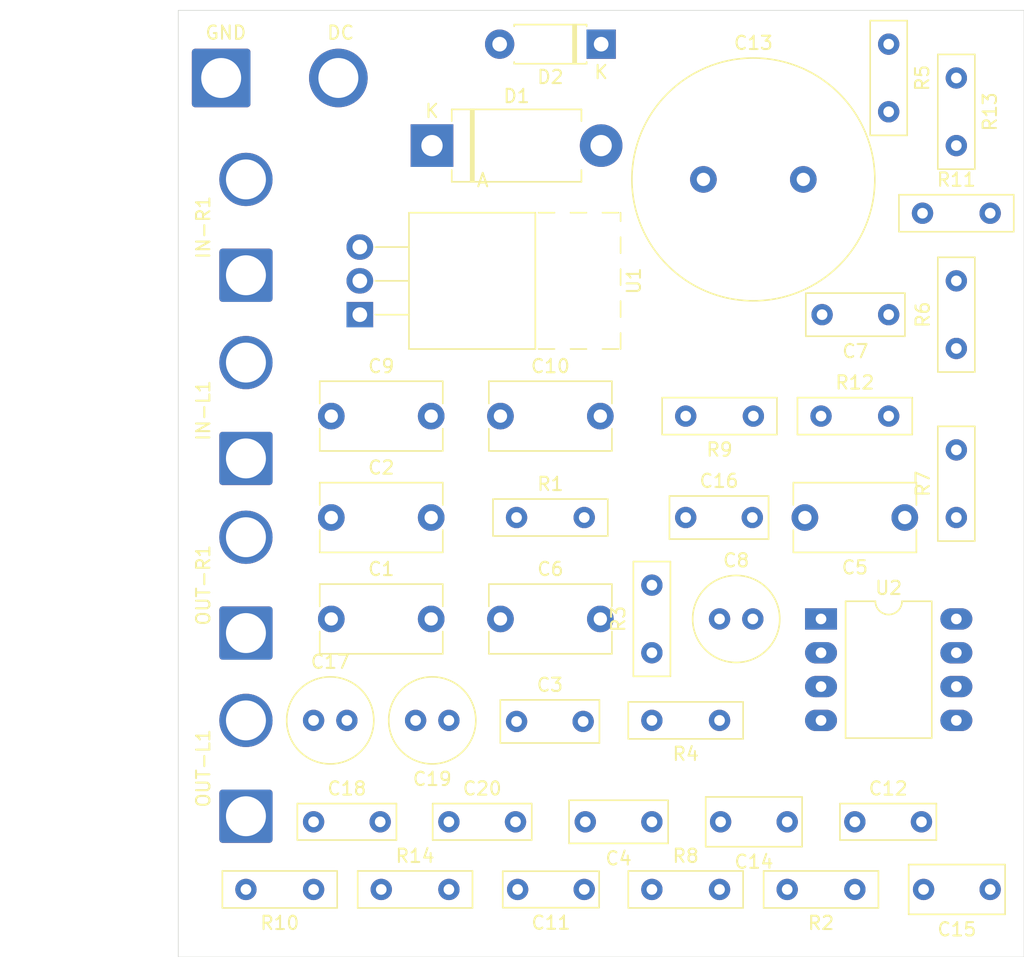
<source format=kicad_pcb>
(kicad_pcb (version 20211014) (generator pcbnew)
  (layers (0 "F.Cu" signal) (31 "B.Cu" signal) (34 "B.Paste" user) (35 "F.Paste" user) (36 "B.SilkS" user "B.Silkscreen") (37 "F.SilkS" user "F.Silkscreen") (38 "B.Mask" user) (39 "F.Mask" user) (44 "Edge.Cuts" user))
  (net 0 "")
  (net 1 "VBUS")
  (net 2 "+15V")
  (net 3 "Net-(C3-Pad1)")
  (net 4 "Net-(C7-Pad1)")
  (net 5 "Net-(C11-Pad1)")
  (net 6 "Net-(C5-Pad1)")
  (net 7 "Net-(C8-Pad1)")
  (net 8 "Net-(C12-Pad1)")
  (net 9 "Net-(C14-Pad2)")
  (net 10 "Net-(C15-Pad2)")
  (net 11 "Net-(C11-Pad2)")
  (net 12 "Net-(C12-Pad2)")
  (net 13 "Net-(C17-Pad1)")
  (net 14 "Net-(C19-Pad1)")
  (net 15 "GND")
  (net 16 "Net-(C17-Pad2)")
  (net 17 "Net-(C19-Pad2)")
  (net 18 "Net-(C9-Pad1)")
  (net 19 "VSS")
  (net 20 "Net-(C1-Pad1)")
  (net 21 "Net-(C2-Pad1)")
  (footprint "Resistor_THT:R_Box_L8.4mm_W2.5mm_P5.08mm" (layer "F.Cu") (at 58.42 66.04 90)
    (fp_text reference "R3" (at 2.54 -2.52 90) (layer "F.SilkS"))
    (fp_text value "47K")
    (fp_line (start -1.77 -1.39) (end -1.77 1.39) (layer "F.SilkS") (width 0.12))
    (fp_line (start -1.77 1.39) (end 6.85 1.39) (layer "F.SilkS") (width 0.12))
    (fp_line (start 6.85 -1.39) (end 6.85 1.39) (layer "F.SilkS") (width 0.12))
    (fp_line (start -1.77 -1.39) (end 6.85 -1.39) (layer "F.SilkS") (width 0.12))
    (pad "1" thru_hole circle (at 0 0 90) (size 1.6 1.6) (drill 0.8) (layers *.Cu *.Mask) (net 6 "Net-(C5-Pad1)"))
    (pad "2" thru_hole circle (at 5.08 0 90) (size 1.6 1.6) (drill 0.8) (layers *.Cu *.Mask) (net 1 "VBUS"))
  )
  (footprint "Capacitor_THT:C_Rect_L7.0mm_W2.5mm_P5.00mm" (layer "F.Cu") (at 73.66 78.74)
    (fp_text reference "C12" (at 2.5 -2.5) (layer "F.SilkS"))
    (fp_text value "3300pf")
    (fp_line (start 6.12 -1.37) (end 6.12 1.37) (layer "F.SilkS") (width 0.12))
    (fp_line (start -1.12 1.37) (end 6.12 1.37) (layer "F.SilkS") (width 0.12))
    (fp_line (start -1.12 -1.37) (end -1.12 1.37) (layer "F.SilkS") (width 0.12))
    (fp_line (start -1.12 -1.37) (end 6.12 -1.37) (layer "F.SilkS") (width 0.12))
    (pad "1" thru_hole circle (at 0 0) (size 1.6 1.6) (drill 0.8) (layers *.Cu *.Mask) (net 8 "Net-(C12-Pad1)"))
    (pad "2" thru_hole circle (at 5 0) (size 1.6 1.6) (drill 0.8) (layers *.Cu *.Mask) (net 12 "Net-(C12-Pad2)"))
  )
  (footprint "Capacitor_THT:C_Disc_D9.0mm_W5.0mm_P7.50mm" (layer "F.Cu") (at 34.35 63.5)
    (fp_text reference "C1" (at 3.75 -3.75) (layer "F.SilkS"))
    (fp_text value "150-300pf")
    (fp_line (start 8.37 -2.62) (end 8.37 -0.946) (layer "F.SilkS") (width 0.12))
    (fp_line (start 8.37 0.946) (end 8.37 2.62) (layer "F.SilkS") (width 0.12))
    (fp_line (start -0.87 0.946) (end -0.87 2.62) (layer "F.SilkS") (width 0.12))
    (fp_line (start -0.87 2.62) (end 8.37 2.62) (layer "F.SilkS") (width 0.12))
    (fp_line (start -0.87 -2.62) (end -0.87 -0.946) (layer "F.SilkS") (width 0.12))
    (fp_line (start -0.87 -2.62) (end 8.37 -2.62) (layer "F.SilkS") (width 0.12))
    (pad "1" thru_hole circle (at 0 0) (size 2 2) (drill 1) (layers *.Cu *.Mask) (net 20 "Net-(C1-Pad1)"))
    (pad "2" thru_hole circle (at 7.5 0) (size 2 2) (drill 1) (layers *.Cu *.Mask) (net 15 "GND"))
  )
  (footprint "Capacitor_THT:C_Rect_L7.0mm_W3.5mm_P5.00mm" (layer "F.Cu") (at 68.58 78.74 180)
    (fp_text reference "C14" (at 2.5 -3) (layer "F.SilkS"))
    (fp_text value "820pf")
    (fp_line (start -1.12 -1.87) (end 6.12 -1.87) (layer "F.SilkS") (width 0.12))
    (fp_line (start -1.12 1.87) (end 6.12 1.87) (layer "F.SilkS") (width 0.12))
    (fp_line (start -1.12 -1.87) (end -1.12 1.87) (layer "F.SilkS") (width 0.12))
    (fp_line (start 6.12 -1.87) (end 6.12 1.87) (layer "F.SilkS") (width 0.12))
    (pad "1" thru_hole circle (at 0 0 180) (size 1.6 1.6) (drill 0.8) (layers *.Cu *.Mask) (net 11 "Net-(C11-Pad2)"))
    (pad "2" thru_hole circle (at 5 0 180) (size 1.6 1.6) (drill 0.8) (layers *.Cu *.Mask) (net 9 "Net-(C14-Pad2)"))
  )
  (footprint "Resistor_THT:R_Box_L8.4mm_W2.5mm_P5.08mm" (layer "F.Cu") (at 76.2 20.32 -90)
    (fp_text reference "R5" (at 2.54 -2.52 90) (layer "F.SilkS"))
    (fp_text value "1M")
    (fp_line (start 6.85 -1.39) (end 6.85 1.39) (layer "F.SilkS") (width 0.12))
    (fp_line (start -1.77 1.39) (end 6.85 1.39) (layer "F.SilkS") (width 0.12))
    (fp_line (start -1.77 -1.39) (end 6.85 -1.39) (layer "F.SilkS") (width 0.12))
    (fp_line (start -1.77 -1.39) (end -1.77 1.39) (layer "F.SilkS") (width 0.12))
    (pad "1" thru_hole circle (at 0 0 270) (size 1.6 1.6) (drill 0.8) (layers *.Cu *.Mask) (net 5 "Net-(C11-Pad1)"))
    (pad "2" thru_hole circle (at 5.08 0 270) (size 1.6 1.6) (drill 0.8) (layers *.Cu *.Mask) (net 9 "Net-(C14-Pad2)"))
  )
  (footprint "Resistor_THT:R_Box_L8.4mm_W2.5mm_P5.08mm" (layer "F.Cu") (at 78.74 33.02)
    (fp_text reference "R11" (at 2.54 -2.52) (layer "F.SilkS"))
    (fp_text value "1kΩ")
    (fp_line (start -1.77 -1.39) (end -1.77 1.39) (layer "F.SilkS") (width 0.12))
    (fp_line (start 6.85 -1.39) (end 6.85 1.39) (layer "F.SilkS") (width 0.12))
    (fp_line (start -1.77 -1.39) (end 6.85 -1.39) (layer "F.SilkS") (width 0.12))
    (fp_line (start -1.77 1.39) (end 6.85 1.39) (layer "F.SilkS") (width 0.12))
    (pad "1" thru_hole circle (at 0 0) (size 1.6 1.6) (drill 0.8) (layers *.Cu *.Mask) (net 10 "Net-(C15-Pad2)"))
    (pad "2" thru_hole circle (at 5.08 0) (size 1.6 1.6) (drill 0.8) (layers *.Cu *.Mask) (net 14 "Net-(C19-Pad1)"))
  )
  (footprint "Capacitor_THT:C_Rect_L7.2mm_W3.0mm_P5.00mm_FKS2_FKP2_MKS2_MKP2" (layer "F.Cu") (at 48.26 71.2)
    (fp_text reference "C3" (at 2.5 -2.75) (layer "F.SilkS"))
    (fp_text value "4.7uf")
    (fp_line (start 6.22 -1.62) (end 6.22 1.62) (layer "F.SilkS") (width 0.12))
    (fp_line (start -1.22 -1.62) (end -1.22 1.62) (layer "F.SilkS") (width 0.12))
    (fp_line (start -1.22 -1.62) (end 6.22 -1.62) (layer "F.SilkS") (width 0.12))
    (fp_line (start -1.22 1.62) (end 6.22 1.62) (layer "F.SilkS") (width 0.12))
    (pad "1" thru_hole circle (at 0 0) (size 1.6 1.6) (drill 0.8) (layers *.Cu *.Mask) (net 3 "Net-(C3-Pad1)"))
    (pad "2" thru_hole circle (at 5 0) (size 1.6 1.6) (drill 0.8) (layers *.Cu *.Mask) (net 20 "Net-(C1-Pad1)"))
  )
  (footprint "Connector_Wire:SolderWire-2.5sqmm_1x02_P7.2mm_D2.4mm_OD3.6mm" (layer "F.Cu") (at 27.94 37.68 90)
    (fp_text reference "IN-R1" (at 3.6 -3.2 90) (layer "F.SilkS"))
    (fp_text value "Conn_Coaxial")
    (pad "1" thru_hole roundrect (at 0 0 90) (size 4 4) (drill 3) (layers *.Cu *.Mask) (roundrect_rratio 0.0625) (net 21 "Net-(C2-Pad1)"))
    (pad "2" thru_hole circle (at 7.2 0 90) (size 4 4) (drill 3) (layers *.Cu *.Mask) (net 15 "GND"))
  )
  (footprint "Resistor_THT:R_Box_L8.4mm_W2.5mm_P5.08mm" (layer "F.Cu") (at 81.28 43.18 90)
    (fp_text reference "R6" (at 2.54 -2.52 90) (layer "F.SilkS"))
    (fp_text value "1M")
    (fp_line (start -1.77 -1.39) (end -1.77 1.39) (layer "F.SilkS") (width 0.12))
    (fp_line (start -1.77 1.39) (end 6.85 1.39) (layer "F.SilkS") (width 0.12))
    (fp_line (start -1.77 -1.39) (end 6.85 -1.39) (layer "F.SilkS") (width 0.12))
    (fp_line (start 6.85 -1.39) (end 6.85 1.39) (layer "F.SilkS") (width 0.12))
    (pad "1" thru_hole circle (at 0 0 90) (size 1.6 1.6) (drill 0.8) (layers *.Cu *.Mask) (net 8 "Net-(C12-Pad1)"))
    (pad "2" thru_hole circle (at 5.08 0 90) (size 1.6 1.6) (drill 0.8) (layers *.Cu *.Mask) (net 10 "Net-(C15-Pad2)"))
  )
  (footprint "Diode_THT:D_DO-41_SOD81_P7.62mm_Horizontal" (layer "F.Cu") (at 54.61 20.32 180)
    (fp_text reference "D2" (at 3.81 -2.47) (layer "F.SilkS"))
    (fp_text value "1N4001")
    (fp_text user "K" (at 0 -2.1) (layer "F.SilkS"))
    (fp_line (start 1.09 1.34) (end 1.09 1.47) (layer "F.SilkS") (width 0.12))
    (fp_line (start 1.99 -1.47) (end 1.99 1.47) (layer "F.SilkS") (width 0.12))
    (fp_line (start 1.87 -1.47) (end 1.87 1.47) (layer "F.SilkS") (width 0.12))
    (fp_line (start 6.53 1.47) (end 6.53 1.34) (layer "F.SilkS") (width 0.12))
    (fp_line (start 1.09 1.47) (end 6.53 1.47) (layer "F.SilkS") (width 0.12))
    (fp_line (start 1.09 -1.34) (end 1.09 -1.47) (layer "F.SilkS") (width 0.12))
    (fp_line (start 1.09 -1.47) (end 6.53 -1.47) (layer "F.SilkS") (width 0.12))
    (fp_line (start 6.53 -1.47) (end 6.53 -1.34) (layer "F.SilkS") (width 0.12))
    (fp_line (start 2.11 -1.47) (end 2.11 1.47) (layer "F.SilkS") (width 0.12))
    (pad "1" thru_hole rect (at 0 0 180) (size 2.2 2.2) (drill 1.1) (layers *.Cu *.Mask) (net 2 "+15V"))
    (pad "2" thru_hole oval (at 7.62 0 180) (size 2.2 2.2) (drill 1.1) (layers *.Cu *.Mask) (net 18 "Net-(C9-Pad1)"))
  )
  (footprint "Package_DIP:DIP-8_W10.16mm_LongPads" (layer "F.Cu") (at 71.12 63.5)
    (fp_text reference "U2" (at 5.08 -2.33) (layer "F.SilkS"))
    (fp_text value "OpAmp")
    (fp_line (start 8.315 8.95) (end 8.315 -1.33) (layer "F.SilkS") (width 0.12))
    (fp_line (start 1.845 8.95) (end 8.315 8.95) (layer "F.SilkS") (width 0.12))
    (fp_line (start 1.845 -1.33) (end 1.845 8.95) (layer "F.SilkS") (width 0.12))
    (fp_line (start 8.315 -1.33) (end 6.08 -1.33) (layer "F.SilkS") (width 0.12))
    (fp_line (start 4.08 -1.33) (end 1.845 -1.33) (layer "F.SilkS") (width 0.12))
    (fp_arc (start 6.08 -1.33) (mid 5.08 -0.33) (end 4.08 -1.33) (layer "F.SilkS") (width 0.12))
    (pad "1" thru_hole rect (at 0 0) (size 2.4 1.6) (drill 0.8) (layers *.Cu *.Mask) (net 9 "Net-(C14-Pad2)"))
    (pad "2" thru_hole oval (at 0 2.54) (size 2.4 1.6) (drill 0.8) (layers *.Cu *.Mask) (net 5 "Net-(C11-Pad1)"))
    (pad "3" thru_hole oval (at 0 5.08) (size 2.4 1.6) (drill 0.8) (layers *.Cu *.Mask) (net 3 "Net-(C3-Pad1)"))
    (pad "4" thru_hole oval (at 0 7.62) (size 2.4 1.6) (drill 0.8) (layers *.Cu *.Mask) (net 15 "GND"))
    (pad "5" thru_hole oval (at 10.16 7.62) (size 2.4 1.6) (drill 0.8) (layers *.Cu *.Mask) (net 6 "Net-(C5-Pad1)"))
    (pad "6" thru_hole oval (at 10.16 5.08) (size 2.4 1.6) (drill 0.8) (layers *.Cu *.Mask) (net 8 "Net-(C12-Pad1)"))
    (pad "7" thru_hole oval (at 10.16 2.54) (size 2.4 1.6) (drill 0.8) (layers *.Cu *.Mask) (net 10 "Net-(C15-Pad2)"))
    (pad "8" thru_hole oval (at 10.16 0) (size 2.4 1.6) (drill 0.8) (layers *.Cu *.Mask) (net 2 "+15V"))
  )
  (footprint "Capacitor_THT:C_Rect_L7.0mm_W2.5mm_P5.00mm" (layer "F.Cu") (at 53.34 83.82 180)
    (fp_text reference "C11" (at 2.5 -2.5) (layer "F.SilkS"))
    (fp_text value "3300pf")
    (fp_line (start -1.12 -1.37) (end -1.12 1.37) (layer "F.SilkS") (width 0.12))
    (fp_line (start 6.12 -1.37) (end 6.12 1.37) (layer "F.SilkS") (width 0.12))
    (fp_line (start -1.12 -1.37) (end 6.12 -1.37) (layer "F.SilkS") (width 0.12))
    (fp_line (start -1.12 1.37) (end 6.12 1.37) (layer "F.SilkS") (width 0.12))
    (pad "1" thru_hole circle (at 0 0 180) (size 1.6 1.6) (drill 0.8) (layers *.Cu *.Mask) (net 5 "Net-(C11-Pad1)"))
    (pad "2" thru_hole circle (at 5 0 180) (size 1.6 1.6) (drill 0.8) (layers *.Cu *.Mask) (net 11 "Net-(C11-Pad2)"))
  )
  (footprint "Resistor_THT:R_Box_L8.4mm_W2.5mm_P5.08mm" (layer "F.Cu") (at 58.42 83.82)
    (fp_text reference "R8" (at 2.54 -2.52) (layer "F.SilkS"))
    (fp_text value "160K")
    (fp_line (start -1.77 -1.39) (end 6.85 -1.39) (layer "F.SilkS") (width 0.12))
    (fp_line (start -1.77 -1.39) (end -1.77 1.39) (layer "F.SilkS") (width 0.12))
    (fp_line (start 6.85 -1.39) (end 6.85 1.39) (layer "F.SilkS") (width 0.12))
    (fp_line (start -1.77 1.39) (end 6.85 1.39) (layer "F.SilkS") (width 0.12))
    (pad "1" thru_hole circle (at 0 0) (size 1.6 1.6) (drill 0.8) (layers *.Cu *.Mask) (net 12 "Net-(C12-Pad2)"))
    (pad "2" thru_hole circle (at 5.08 0) (size 1.6 1.6) (drill 0.8) (layers *.Cu *.Mask) (net 10 "Net-(C15-Pad2)"))
  )
  (footprint "Connector_Wire:SolderWire-2.5sqmm_1x02_P8.8mm_D2.4mm_OD4.4mm" (layer "F.Cu") (at 26.08 22.86)
    (fp_text reference "GND        DC" (at 4.4 -3.4) (layer "F.SilkS"))
    (fp_text value "SolderWire-2.5sqmm_1x02_P8.8mm_D2.4mm_OD4.4mm")
    (pad "1" thru_hole roundrect (at 0 0) (size 4.4 4.4) (drill 3) (layers *.Cu *.Mask) (roundrect_rratio 0.056818) (net 15 "GND"))
    (pad "2" thru_hole circle (at 8.8 0) (size 4.4 4.4) (drill 3) (layers *.Cu *.Mask) (net 19 "VSS"))
  )
  (footprint "Resistor_THT:R_Box_L8.4mm_W2.5mm_P5.08mm" (layer "F.Cu") (at 71.12 48.26)
    (fp_text reference "R12" (at 2.54 -2.52) (layer "F.SilkS"))
    (fp_text value "22k")
    (fp_line (start -1.77 -1.39) (end 6.85 -1.39) (layer "F.SilkS") (width 0.12))
    (fp_line (start -1.77 1.39) (end 6.85 1.39) (layer "F.SilkS") (width 0.12))
    (fp_line (start 6.85 -1.39) (end 6.85 1.39) (layer "F.SilkS") (width 0.12))
    (fp_line (start -1.77 -1.39) (end -1.77 1.39) (layer "F.SilkS") (width 0.12))
    (pad "1" thru_hole circle (at 0 0) (size 1.6 1.6) (drill 0.8) (layers *.Cu *.Mask) (net 1 "VBUS"))
    (pad "2" thru_hole circle (at 5.08 0) (size 1.6 1.6) (drill 0.8) (layers *.Cu *.Mask) (net 15 "GND"))
  )
  (footprint "Capacitor_THT:C_Disc_D9.0mm_W5.0mm_P7.50mm" (layer "F.Cu") (at 34.35 48.26)
    (fp_text reference "C9" (at 3.75 -3.75) (layer "F.SilkS"))
    (fp_text value "0.33uf")
    (fp_line (start 8.37 -2.62) (end 8.37 -0.946) (layer "F.SilkS") (width 0.12))
    (fp_line (start 8.37 0.946) (end 8.37 2.62) (layer "F.SilkS") (width 0.12))
    (fp_line (start -0.87 -2.62) (end -0.87 -0.946) (layer "F.SilkS") (width 0.12))
    (fp_line (start -0.87 -2.62) (end 8.37 -2.62) (layer "F.SilkS") (width 0.12))
    (fp_line (start -0.87 0.946) (end -0.87 2.62) (layer "F.SilkS") (width 0.12))
    (fp_line (start -0.87 2.62) (end 8.37 2.62) (layer "F.SilkS") (width 0.12))
    (pad "1" thru_hole circle (at 0 0) (size 2 2) (drill 1) (layers *.Cu *.Mask) (net 18 "Net-(C9-Pad1)"))
    (pad "2" thru_hole circle (at 7.5 0) (size 2 2) (drill 1) (layers *.Cu *.Mask) (net 15 "GND"))
  )
  (footprint "Resistor_THT:R_Box_L8.4mm_W2.5mm_P5.08mm" (layer "F.Cu") (at 48.26 55.88)
    (fp_text reference "R1" (at 2.54 -2.52) (layer "F.SilkS"))
    (fp_text value "47K")
    (fp_line (start -1.77 -1.39) (end -1.77 1.39) (layer "F.SilkS") (width 0.12))
    (fp_line (start -1.77 -1.39) (end 6.85 -1.39) (layer "F.SilkS") (width 0.12))
    (fp_line (start -1.77 1.39) (end 6.85 1.39) (layer "F.SilkS") (width 0.12))
    (fp_line (start 6.85 -1.39) (end 6.85 1.39) (layer "F.SilkS") (width 0.12))
    (pad "1" thru_hole circle (at 0 0) (size 1.6 1.6) (drill 0.8) (layers *.Cu *.Mask) (net 3 "Net-(C3-Pad1)"))
    (pad "2" thru_hole circle (at 5.08 0) (size 1.6 1.6) (drill 0.8) (layers *.Cu *.Mask) (net 1 "VBUS"))
  )
  (footprint "Capacitor_THT:C_Rect_L7.2mm_W3.0mm_P5.00mm_FKS2_FKP2_MKS2_MKP2" (layer "F.Cu") (at 76.2 40.64 180)
    (fp_text reference "C7" (at 2.5 -2.75) (layer "F.SilkS"))
    (fp_text value "10uf")
    (fp_line (start -1.22 -1.62) (end 6.22 -1.62) (layer "F.SilkS") (width 0.12))
    (fp_line (start -1.22 -1.62) (end -1.22 1.62) (layer "F.SilkS") (width 0.12))
    (fp_line (start 6.22 -1.62) (end 6.22 1.62) (layer "F.SilkS") (width 0.12))
    (fp_line (start -1.22 1.62) (end 6.22 1.62) (layer "F.SilkS") (width 0.12))
    (pad "1" thru_hole circle (at 0 0 180) (size 1.6 1.6) (drill 0.8) (layers *.Cu *.Mask) (net 4 "Net-(C7-Pad1)"))
    (pad "2" thru_hole circle (at 5 0 180) (size 1.6 1.6) (drill 0.8) (layers *.Cu *.Mask) (net 15 "GND"))
  )
  (footprint "Capacitor_THT:C_Disc_D9.0mm_W5.0mm_P7.50mm" (layer "F.Cu") (at 77.41 55.88 180)
    (fp_text reference "C5" (at 3.75 -3.75) (layer "F.SilkS"))
    (fp_text value "4.7uf")
    (fp_line (start -0.87 -2.62) (end -0.87 -0.946) (layer "F.SilkS") (width 0.12))
    (fp_line (start -0.87 -2.62) (end 8.37 -2.62) (layer "F.SilkS") (width 0.12))
    (fp_line (start 8.37 -2.62) (end 8.37 -0.946) (layer "F.SilkS") (width 0.12))
    (fp_line (start -0.87 2.62) (end 8.37 2.62) (layer "F.SilkS") (width 0.12))
    (fp_line (start -0.87 0.946) (end -0.87 2.62) (layer "F.SilkS") (width 0.12))
    (fp_line (start 8.37 0.946) (end 8.37 2.62) (layer "F.SilkS") (width 0.12))
    (pad "1" thru_hole circle (at 0 0 180) (size 2 2) (drill 1) (layers *.Cu *.Mask) (net 6 "Net-(C5-Pad1)"))
    (pad "2" thru_hole circle (at 7.5 0 180) (size 2 2) (drill 1) (layers *.Cu *.Mask) (net 21 "Net-(C2-Pad1)"))
  )
  (footprint "Capacitor_THT:C_Rect_L7.2mm_W3.0mm_P5.00mm_FKS2_FKP2_MKS2_MKP2" (layer "F.Cu") (at 58.42 78.74 180)
    (fp_text reference "C4" (at 2.5 -2.75) (layer "F.SilkS"))
    (fp_text value "0.47uf")
    (fp_line (start -1.22 -1.62) (end 6.22 -1.62) (layer "F.SilkS") (width 0.12))
    (fp_line (start -1.22 -1.62) (end -1.22 1.62) (layer "F.SilkS") (width 0.12))
    (fp_line (start -1.22 1.62) (end 6.22 1.62) (layer "F.SilkS") (width 0.12))
    (fp_line (start 6.22 -1.62) (end 6.22 1.62) (layer "F.SilkS") (width 0.12))
    (pad "1" thru_hole circle (at 0 0 180) (size 1.6 1.6) (drill 0.8) (layers *.Cu *.Mask) (net 20 "Net-(C1-Pad1)"))
    (pad "2" thru_hole circle (at 5 0 180) (size 1.6 1.6) (drill 0.8) (layers *.Cu *.Mask) (net 3 "Net-(C3-Pad1)"))
  )
  (footprint "Diode_THT:D_DO-201AD_P12.70mm_Horizontal" (layer "F.Cu") (at 41.91 27.94)
    (fp_text reference "D1" (at 6.35 -3.72) (layer "F.SilkS"))
    (fp_text value "D_Schottky")
    (fp_text user "K" (at 0 -2.6) (layer "F.SilkS"))
    (fp_text user "A" (at 3.81 2.6) (layer "F.SilkS"))
    (fp_line (start 1.48 2.72) (end 11.22 2.72) (layer "F.SilkS") (width 0.12))
    (fp_line (start 3.145 -2.72) (end 3.145 2.72) (layer "F.SilkS") (width 0.12))
    (fp_line (start 3.025 -2.72) (end 3.025 2.72) (layer "F.SilkS") (width 0.12))
    (fp_line (start 11.22 2.72) (end 11.22 1.84) (layer "F.SilkS") (width 0.12))
    (fp_line (start 1.48 -1.84) (end 1.48 -2.72) (layer "F.SilkS") (width 0.12))
    (fp_line (start 1.48 1.84) (end 1.48 2.72) (layer "F.SilkS") (width 0.12))
    (fp_line (start 11.22 -2.72) (end 11.22 -1.84) (layer "F.SilkS") (width 0.12))
    (fp_line (start 1.48 -2.72) (end 11.22 -2.72) (layer "F.SilkS") (width 0.12))
    (fp_line (start 2.905 -2.72) (end 2.905 2.72) (layer "F.SilkS") (width 0.12))
    (pad "1" thru_hole rect (at 0 0) (size 3.2 3.2) (drill 1.6) (layers *.Cu *.Mask) (net 18 "Net-(C9-Pad1)"))
    (pad "2" thru_hole oval (at 12.7 0) (size 3.2 3.2) (drill 1.6) (layers *.Cu *.Mask) (net 19 "VSS"))
  )
  (footprint "Capacitor_THT:C_Radial_D18.0mm_H35.5mm_P7.50mm" (layer "F.Cu") (at 62.29 30.48)
    (fp_text reference "C13" (at 3.75 -10.25) (layer "F.SilkS"))
    (fp_text value "3300uf")
    (fp_circle (center 3.75 0) (end 12.87 0) (layer "F.SilkS") (width 0.12) (fill none))
    (pad "1" thru_hole circle (at 0 0) (size 2 2) (drill 1) (layers *.Cu *.Mask) (net 2 "+15V"))
    (pad "2" thru_hole circle (at 7.5 0) (size 2 2) (drill 1) (layers *.Cu *.Mask) (net 15 "GND"))
  )
  (footprint "Resistor_THT:R_Box_L8.4mm_W2.5mm_P5.08mm" (layer "F.Cu") (at 38.1 83.82)
    (fp_text reference "R14" (at 2.54 -2.52) (layer "F.SilkS"))
    (fp_text value "470k")
    (fp_line (start -1.77 -1.39) (end -1.77 1.39) (layer "F.SilkS") (width 0.12))
    (fp_line (start -1.77 1.39) (end 6.85 1.39) (layer "F.SilkS") (width 0.12))
    (fp_line (start -1.77 -1.39) (end 6.85 -1.39) (layer "F.SilkS") (width 0.12))
    (fp_line (start 6.85 -1.39) (end 6.85 1.39) (layer "F.SilkS") (width 0.12))
    (pad "1" thru_hole circle (at 0 0) (size 1.6 1.6) (drill 0.8) (layers *.Cu *.Mask) (net 17 "Net-(C19-Pad2)"))
    (pad "2" thru_hole circle (at 5.08 0) (size 1.6 1.6) (drill 0.8) (layers *.Cu *.Mask) (net 15 "GND"))
  )
  (footprint "Resistor_THT:R_Box_L8.4mm_W2.5mm_P5.08mm" (layer "F.Cu") (at 63.5 71.12 180)
    (fp_text reference "R4" (at 2.54 -2.52) (layer "F.SilkS"))
    (fp_text value "2K")
    (fp_line (start -1.77 1.39) (end 6.85 1.39) (layer "F.SilkS") (width 0.12))
    (fp_line (start -1.77 -1.39) (end -1.77 1.39) (layer "F.SilkS") (width 0.12))
    (fp_line (start 6.85 -1.39) (end 6.85 1.39) (layer "F.SilkS") (width 0.12))
    (fp_line (start -1.77 -1.39) (end 6.85 -1.39) (layer "F.SilkS") (width 0.12))
    (pad "1" thru_hole circle (at 0 0 180) (size 1.6 1.6) (drill 0.8) (layers *.Cu *.Mask) (net 7 "Net-(C8-Pad1)"))
    (pad "2" thru_hole circle (at 5.08 0 180) (size 1.6 1.6) (drill 0.8) (layers *.Cu *.Mask) (net 8 "Net-(C12-Pad1)"))
  )
  (footprint "Capacitor_THT:C_Disc_D9.0mm_W5.0mm_P7.50mm" (layer "F.Cu") (at 47.05 48.26)
    (fp_text reference "C10" (at 3.75 -3.75) (layer "F.SilkS"))
    (fp_text value "0.1uf")
    (fp_line (start -0.87 -2.62) (end -0.87 -0.946) (layer "F.SilkS") (width 0.12))
    (fp_line (start 8.37 -2.62) (end 8.37 -0.946) (layer "F.SilkS") (width 0.12))
    (fp_line (start -0.87 2.62) (end 8.37 2.62) (layer "F.SilkS") (width 0.12))
    (fp_line (start 8.37 0.946) (end 8.37 2.62) (layer "F.SilkS") (width 0.12))
    (fp_line (start -0.87 -2.62) (end 8.37 -2.62) (layer "F.SilkS") (width 0.12))
    (fp_line (start -0.87 0.946) (end -0.87 2.62) (layer "F.SilkS") (width 0.12))
    (pad "1" thru_hole circle (at 0 0) (size 2 2) (drill 1) (layers *.Cu *.Mask) (net 2 "+15V"))
    (pad "2" thru_hole circle (at 7.5 0) (size 2 2) (drill 1) (layers *.Cu *.Mask) (net 15 "GND"))
  )
  (footprint "Resistor_THT:R_Box_L8.4mm_W2.5mm_P5.08mm" (layer "F.Cu") (at 73.66 83.82 180)
    (fp_text reference "R2" (at 2.54 -2.52) (layer "F.SilkS"))
    (fp_text value "2K")
    (fp_line (start -1.77 1.39) (end 6.85 1.39) (layer "F.SilkS") (width 0.12))
    (fp_line (start 6.85 -1.39) (end 6.85 1.39) (layer "F.SilkS") (width 0.12))
    (fp_line (start -1.77 -1.39) (end -1.77 1.39) (layer "F.SilkS") (width 0.12))
    (fp_line (start -1.77 -1.39) (end 6.85 -1.39) (layer "F.SilkS") (width 0.12))
    (pad "1" thru_hole circle (at 0 0 180) (size 1.6 1.6) (drill 0.8) (layers *.Cu *.Mask) (net 4 "Net-(C7-Pad1)"))
    (pad "2" thru_hole circle (at 5.08 0 180) (size 1.6 1.6) (drill 0.8) (layers *.Cu *.Mask) (net 5 "Net-(C11-Pad1)"))
  )
  (footprint "Capacitor_THT:C_Disc_D9.0mm_W5.0mm_P7.50mm" (layer "F.Cu") (at 34.35 55.88)
    (fp_text reference "C2" (at 3.75 -3.75) (layer "F.SilkS"))
    (fp_text value "150-300pf")
    (fp_line (start 8.37 0.946) (end 8.37 2.62) (layer "F.SilkS") (width 0.12))
    (fp_line (start -0.87 2.62) (end 8.37 2.62) (layer "F.SilkS") (width 0.12))
    (fp_line (start -0.87 -2.62) (end 8.37 -2.62) (layer "F.SilkS") (width 0.12))
    (fp_line (start -0.87 0.946) (end -0.87 2.62) (layer "F.SilkS") (width 0.12))
    (fp_line (start 8.37 -2.62) (end 8.37 -0.946) (layer "F.SilkS") (width 0.12))
    (fp_line (start -0.87 -2.62) (end -0.87 -0.946) (layer "F.SilkS") (width 0.12))
    (pad "1" thru_hole circle (at 0 0) (size 2 2) (drill 1) (layers *.Cu *.Mask) (net 21 "Net-(C2-Pad1)"))
    (pad "2" thru_hole circle (at 7.5 0) (size 2 2) (drill 1) (layers *.Cu *.Mask) (net 15 "GND"))
  )
  (footprint "Connector_Wire:SolderWire-2.5sqmm_1x02_P7.2mm_D2.4mm_OD3.6mm" (layer "F.Cu") (at 27.94 64.56 90)
    (fp_text reference "OUT-R1" (at 3.6 -3.2 90) (layer "F.SilkS"))
    (fp_text value "Conn_Coaxial")
    (pad "1" thru_hole roundrect (at 0 0 90) (size 4 4) (drill 3) (layers *.Cu *.Mask) (roundrect_rratio 0.0625) (net 17 "Net-(C19-Pad2)"))
    (pad "2" thru_hole circle (at 7.2 0 90) (size 4 4) (drill 3) (layers *.Cu *.Mask) (net 15 "GND"))
  )
  (footprint "Capacitor_THT:C_Rect_L7.2mm_W3.0mm_P5.00mm_FKS2_FKP2_MKS2_MKP2" (layer "F.Cu") (at 60.96 55.88)
    (fp_text reference "C16" (at 2.5 -2.75) (layer "F.SilkS"))
    (fp_text value "47u (?)")
    (fp_line (start 6.22 -1.62) (end 6.22 1.62) (layer "F.SilkS") (width 0.12))
    (fp_line (start -1.22 -1.62) (end 6.22 -1.62) (layer "F.SilkS") (width 0.12))
    (fp_line (start -1.22 1.62) (end 6.22 1.62) (layer "F.SilkS") (width 0.12))
    (fp_line (start -1.22 -1.62) (end -1.22 1.62) (layer "F.SilkS") (width 0.12))
    (pad "1" thru_hole circle (at 0 0) (size 1.6 1.6) (drill 0.8) (layers *.Cu *.Mask) (net 1 "VBUS"))
    (pad "2" thru_hole circle (at 5 0) (size 1.6 1.6) (drill 0.8) (layers *.Cu *.Mask) (net 15 "GND"))
  )
  (footprint "Capacitor_THT:C_Radial_D6.3mm_H11.0mm_P2.50mm" (layer "F.Cu") (at 33.02 71.12)
    (fp_text reference "C17" (at 1.25 -4.4) (layer "F.SilkS"))
    (fp_text value "47uf")
    (fp_circle (center 1.25 0) (end 4.52 0) (layer "F.SilkS") (width 0.12) (fill none))
    (pad "1" thru_hole circle (at 0 0) (size 1.6 1.6) (drill 0.8) (layers *.Cu *.Mask) (net 13 "Net-(C17-Pad1)"))
    (pad "2" thru_hole circle (at 2.5 0) (size 1.6 1.6) (drill 0.8) (layers *.Cu *.Mask) (net 16 "Net-(C17-Pad2)"))
  )
  (footprint "Capacitor_THT:C_Radial_D6.3mm_H11.0mm_P2.50mm" (layer "F.Cu") (at 43.18 71.12 180)
    (fp_text reference "C19" (at 1.25 -4.4) (layer "F.SilkS"))
    (fp_text value "47uf")
    (fp_circle (center 1.25 0) (end 4.52 0) (layer "F.SilkS") (width 0.12) (fill none))
    (pad "1" thru_hole circle (at 0 0 180) (size 1.6 1.6) (drill 0.8) (layers *.Cu *.Mask) (net 14 "Net-(C19-Pad1)"))
    (pad "2" thru_hole circle (at 2.5 0 180) (size 1.6 1.6) (drill 0.8) (layers *.Cu *.Mask) (net 17 "Net-(C19-Pad2)"))
  )
  (footprint "Resistor_THT:R_Box_L8.4mm_W2.5mm_P5.08mm" (layer "F.Cu") (at 81.28 22.86 -90)
    (fp_text reference "R13" (at 2.54 -2.52 90) (layer "F.SilkS"))
    (fp_text value "470k")
    (fp_line (start -1.77 1.39) (end 6.85 1.39) (layer "F.SilkS") (width 0.12))
    (fp_line (start -1.77 -1.39) (end -1.77 1.39) (layer "F.SilkS") (width 0.12))
    (fp_line (start -1.77 -1.39) (end 6.85 -1.39) (layer "F.SilkS") (width 0.12))
    (fp_line (start 6.85 -1.39) (end 6.85 1.39) (layer "F.SilkS") (width 0.12))
    (pad "1" thru_hole circle (at 0 0 270) (size 1.6 1.6) (drill 0.8) (layers *.Cu *.Mask) (net 16 "Net-(C17-Pad2)"))
    (pad "2" thru_hole circle (at 5.08 0 270) (size 1.6 1.6) (drill 0.8) (layers *.Cu *.Mask) (net 15 "GND"))
  )
  (footprint "Capacitor_THT:C_Rect_L7.2mm_W2.5mm_P5.00mm_FKS2_FKP2_MKS2_MKP2" (layer "F.Cu") (at 43.18 78.74)
    (fp_text reference "C20" (at 2.5 -2.5) (layer "F.SilkS"))
    (fp_text value "0.1uf")
    (fp_line (start -1.22 1.37) (end 6.22 1.37) (layer "F.SilkS") (width 0.12))
    (fp_line (start -1.22 -1.37) (end 6.22 -1.37) (layer "F.SilkS") (width 0.12))
    (fp_line (start -1.22 -1.37) (end -1.22 1.37) (layer "F.SilkS") (width 0.12))
    (fp_line (start 6.22 -1.37) (end 6.22 1.37) (layer "F.SilkS") (width 0.12))
    (pad "1" thru_hole circle (at 0 0) (size 1.6 1.6) (drill 0.8) (layers *.Cu *.Mask) (net 17 "Net-(C19-Pad2)"))
    (pad "2" thru_hole circle (at 5 0) (size 1.6 1.6) (drill 0.8) (layers *.Cu *.Mask) (net 14 "Net-(C19-Pad1)"))
  )
  (footprint "Resistor_THT:R_Box_L8.4mm_W2.5mm_P5.08mm" (layer "F.Cu") (at 33.02 83.82 180)
    (fp_text reference "R10" (at 2.54 -2.52) (layer "F.SilkS"))
    (fp_text value "1kΩ")
    (fp_line (start -1.77 1.39) (end 6.85 1.39) (layer "F.SilkS") (width 0.12))
    (fp_line (start -1.77 -1.39) (end 6.85 -1.39) (layer "F.SilkS") (width 0.12))
    (fp_line (start -1.77 -1.39) (end -1.77 1.39) (layer "F.SilkS") (width 0.12))
    (fp_line (start 6.85 -1.39) (end 6.85 1.39) (layer "F.SilkS") (width 0.12))
    (pad "1" thru_hole circle (at 0 0 180) (size 1.6 1.6) (drill 0.8) (layers *.Cu *.Mask) (net 9 "Net-(C14-Pad2)"))
    (pad "2" thru_hole circle (at 5.08 0 180) (size 1.6 1.6) (drill 0.8) (layers *.Cu *.Mask) (net 13 "Net-(C17-Pad1)"))
  )
  (footprint "Connector_Wire:SolderWire-2.5sqmm_1x02_P7.2mm_D2.4mm_OD3.6mm" (layer "F.Cu") (at 27.94 78.32 90)
    (fp_text reference "OUT-L1" (at 3.6 -3.2 90) (layer "F.SilkS"))
    (fp_text value "Conn_Coaxial")
    (pad "1" thru_hole roundrect (at 0 0 90) (size 4 4) (drill 3) (layers *.Cu *.Mask) (roundrect_rratio 0.0625) (net 16 "Net-(C17-Pad2)"))
    (pad "2" thru_hole circle (at 7.2 0 90) (size 4 4) (drill 3) (layers *.Cu *.Mask) (net 15 "GND"))
  )
  (footprint "Package_TO_SOT_THT:TO-220-3_Horizontal_TabUp" (layer "F.Cu") (at 36.49 40.64 90)
    (fp_text reference "U1" (at 2.54 20.58 90) (layer "F.SilkS"))
    (fp_text value "L7815")
    (fp_line (start 7.66 18.22) (end 7.66 19.42) (layer "F.SilkS") (width 0.12))
    (fp_line (start -2.58 13.42) (end -2.58 14.62) (layer "F.SilkS") (width 0.12))
    (fp_line (start 4.62 19.58) (end 5.82 19.58) (layer "F.SilkS") (width 0.12))
    (fp_line (start -2.58 13.18) (end 7.66 13.18) (layer "F.SilkS") (width 0.12))
    (fp_line (start -2.58 3.69) (end -2.58 13.18) (layer "F.SilkS") (width 0.12))
    (fp_line (start 2.22 19.58) (end 3.42 19.58) (layer "F.SilkS") (width 0.12))
    (fp_line (start 2.54 1.15) (end 2.54 3.69) (layer "F.SilkS") (width 0.12))
    (fp_line (start 7.66 13.42) (end 7.66 14.62) (layer "F.SilkS") (width 0.12))
    (fp_line (start -2.58 15.82) (end -2.58 17.02) (layer "F.SilkS") (width 0.12))
    (fp_line (start 5.08 1.15) (end 5.08 3.69) (layer "F.SilkS") (width 0.12))
    (fp_line (start -2.58 3.69) (end 7.66 3.69) (layer "F.SilkS") (width 0.12))
    (fp_line (start 7.66 15.82) (end 7.66 17.02) (layer "F.SilkS") (width 0.12))
    (fp_line (start 0 1.15) (end 0 3.69) (layer "F.SilkS") (width 0.12))
    (fp_line (start -2.58 18.22) (end -2.58 19.42) (layer "F.SilkS") (width 0.12))
    (fp_line (start 7.02 19.58) (end 7.66 19.58) (layer "F.SilkS") (width 0.12))
    (fp_line (start 7.66 3.69) (end 7.66 13.18) (layer "F.SilkS") (width 0.12))
    (fp_line (start -2.58 19.58) (end -1.38 19.58) (layer "F.SilkS") (width 0.12))
    (fp_line (start -0.181 19.58) (end 1.02 19.58) (layer "F.SilkS") (width 0.12))
    (pad "" np_thru_hole oval (at 2.54 16.66 90) (size 3.5 3.5) (drill 3.5) (layers *.Cu *.Mask))
    (pad "1" thru_hole rect (at 0 0 90) (size 1.905 2) (drill 1.1) (layers *.Cu *.Mask) (net 18 "Net-(C9-Pad1)"))
    (pad "2" thru_hole oval (at 2.54 0 90) (size 1.905 2) (drill 1.1) (layers *.Cu *.Mask) (net 15 "GND"))
    (pad "3" thru_hole oval (at 5.08 0 90) (size 1.905 2) (drill 1.1) (layers *.Cu *.Mask) (net 2 "+15V"))
  )
  (footprint "Capacitor_THT:C_Rect_L7.2mm_W2.5mm_P5.00mm_FKS2_FKP2_MKS2_MKP2" (layer "F.Cu") (at 33.02 78.74)
    (fp_text reference "C18" (at 2.5 -2.5) (layer "F.SilkS"))
    (fp_text value "0.1uf")
    (fp_line (start -1.22 -1.37) (end -1.22 1.37) (layer "F.SilkS") (width 0.12))
    (fp_line (start 6.22 -1.37) (end 6.22 1.37) (layer "F.SilkS") (width 0.12))
    (fp_line (start -1.22 1.37) (end 6.22 1.37) (layer "F.SilkS") (width 0.12))
    (fp_line (start -1.22 -1.37) (end 6.22 -1.37) (layer "F.SilkS") (width 0.12))
    (pad "1" thru_hole circle (at 0 0) (size 1.6 1.6) (drill 0.8) (layers *.Cu *.Mask) (net 16 "Net-(C17-Pad2)"))
    (pad "2" thru_hole circle (at 5 0) (size 1.6 1.6) (drill 0.8) (layers *.Cu *.Mask) (net 13 "Net-(C17-Pad1)"))
  )
  (footprint "Capacitor_THT:C_Rect_L7.0mm_W3.5mm_P5.00mm" (layer "F.Cu") (at 83.82 83.82 180)
    (fp_text reference "C15" (at 2.5 -3) (layer "F.SilkS"))
    (fp_text value "820pf")
    (fp_line (start -1.12 1.87) (end 6.12 1.87) (layer "F.SilkS") (width 0.12))
    (fp_line (start -1.12 -1.87) (end 6.12 -1.87) (layer "F.SilkS") (width 0.12))
    (fp_line (start 6.12 -1.87) (end 6.12 1.87) (layer "F.SilkS") (width 0.12))
    (fp_line (start -1.12 -1.87) (end -1.12 1.87) (layer "F.SilkS") (width 0.12))
    (pad "1" thru_hole circle (at 0 0 180) (size 1.6 1.6) (drill 0.8) (layers *.Cu *.Mask) (net 12 "Net-(C12-Pad2)"))
    (pad "2" thru_hole circle (at 5 0 180) (size 1.6 1.6) (drill 0.8) (layers *.Cu *.Mask) (net 10 "Net-(C15-Pad2)"))
  )
  (footprint "Connector_Wire:SolderWire-2.5sqmm_1x02_P7.2mm_D2.4mm_OD3.6mm" (layer "F.Cu") (at 27.94 51.44 90)
    (fp_text reference "IN-L1" (at 3.6 -3.2 90) (layer "F.SilkS"))
    (fp_text value "Conn_Coaxial")
    (pad "1" thru_hole roundrect (at 0 0 90) (size 4 4) (drill 3) (layers *.Cu *.Mask) (roundrect_rratio 0.0625) (net 20 "Net-(C1-Pad1)"))
    (pad "2" thru_hole circle (at 7.2 0 90) (size 4 4) (drill 3) (layers *.Cu *.Mask) (net 15 "GND"))
  )
  (footprint "Resistor_THT:R_Box_L8.4mm_W2.5mm_P5.08mm" (layer "F.Cu") (at 81.28 55.88 90)
    (fp_text reference "R7" (at 2.54 -2.52 90) (layer "F.SilkS"))
    (fp_text value "160K")
    (fp_line (start -1.77 -1.39) (end -1.77 1.39) (layer "F.SilkS") (width 0.12))
    (fp_line (start -1.77 1.39) (end 6.85 1.39) (layer "F.SilkS") (width 0.12))
    (fp_line (start 6.85 -1.39) (end 6.85 1.39) (layer "F.SilkS") (width 0.12))
    (fp_line (start -1.77 -1.39) (end 6.85 -1.39) (layer "F.SilkS") (width 0.12))
    (pad "1" thru_hole circle (at 0 0 90) (size 1.6 1.6) (drill 0.8) (layers *.Cu *.Mask) (net 11 "Net-(C11-Pad2)"))
    (pad "2" thru_hole circle (at 5.08 0 90) (size 1.6 1.6) (drill 0.8) (layers *.Cu *.Mask) (net 9 "Net-(C14-Pad2)"))
  )
  (footprint "Capacitor_THT:C_Disc_D9.0mm_W5.0mm_P7.50mm" (layer "F.Cu") (at 47.05 63.5)
    (fp_text reference "C6" (at 3.75 -3.75) (layer "F.SilkS"))
    (fp_text value "0.47uf")
    (fp_line (start 8.37 -2.62) (end 8.37 -0.946) (layer "F.SilkS") (width 0.12))
    (fp_line (start -0.87 -2.62) (end -0.87 -0.946) (layer "F.SilkS") (width 0.12))
    (fp_line (start -0.87 2.62) (end 8.37 2.62) (layer "F.SilkS") (width 0.12))
    (fp_line (start -0.87 0.946) (end -0.87 2.62) (layer "F.SilkS") (width 0.12))
    (fp_line (start -0.87 -2.62) (end 8.37 -2.62) (layer "F.SilkS") (width 0.12))
    (fp_line (start 8.37 0.946) (end 8.37 2.62) (layer "F.SilkS") (width 0.12))
    (pad "1" thru_hole circle (at 0 0) (size 2 2) (drill 1) (layers *.Cu *.Mask) (net 21 "Net-(C2-Pad1)"))
    (pad "2" thru_hole circle (at 7.5 0) (size 2 2) (drill 1) (layers *.Cu *.Mask) (net 6 "Net-(C5-Pad1)"))
  )
  (footprint "Capacitor_THT:C_Radial_D6.3mm_H7.0mm_P2.50mm" (layer "F.Cu") (at 63.5 63.5)
    (fp_text reference "C8" (at 1.25 -4.4) (layer "F.SilkS"))
    (fp_text value "10uf")
    (fp_circle (center 1.25 0) (end 4.52 0) (layer "F.SilkS") (width 0.12) (fill none))
    (pad "1" thru_hole circle (at 0 0) (size 1.6 1.6) (drill 0.8) (layers *.Cu *.Mask) (net 7 "Net-(C8-Pad1)"))
    (pad "2" thru_hole circle (at 2.5 0) (size 1.6 1.6) (drill 0.8) (layers *.Cu *.Mask) (net 15 "GND"))
  )
  (footprint "Resistor_THT:R_Box_L8.4mm_W2.5mm_P5.08mm" (layer "F.Cu") (at 66.04 48.26 180)
    (fp_text reference "R9" (at 2.54 -2.52) (layer "F.SilkS"))
    (fp_text value "22k")
    (fp_line (start -1.77 1.39) (end 6.85 1.39) (layer "F.SilkS") (width 0.12))
    (fp_line (start -1.77 -1.39) (end 6.85 -1.39) (layer "F.SilkS") (width 0.12))
    (fp_line (start 6.85 -1.39) (end 6.85 1.39) (layer "F.SilkS") (width 0.12))
    (fp_line (start -1.77 -1.39) (end -1.77 1.39) (layer "F.SilkS") (width 0.12))
    (pad "1" thru_hole circle (at 0 0 180) (size 1.6 1.6) (drill 0.8) (layers *.Cu *.Mask) (net 1 "VBUS"))
    (pad "2" thru_hole circle (at 5.08 0 180) (size 1.6 1.6) (drill 0.8) (layers *.Cu *.Mask) (net 2 "+15V"))
  )
  (gr_line (start 86.36 17.78) (end 22.86 17.78) (layer "Edge.Cuts") (width 0.05))
  (gr_line (start 22.86 17.78) (end 22.86 88.9) (layer "Edge.Cuts") (width 0.05))
  (gr_line (start 86.36 88.9) (end 22.86 88.9) (layer "Edge.Cuts") (width 0.05))
  (gr_line (start 86.36 88.9) (end 86.36 17.78) (layer "Edge.Cuts") (width 0.05))
)
</source>
